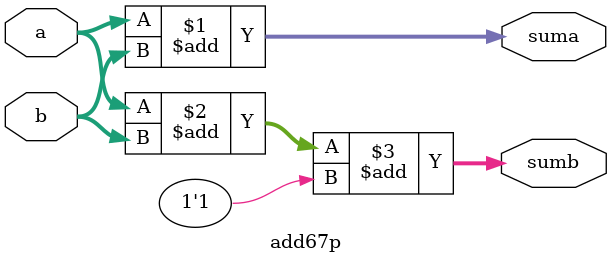
<source format=v>
module mpadder1 (
  input wire clk,
  input wire reset,
  input wire subtract,
  input wire [1026:0] in_a,
  input wire [1026:0] in_b,
  output wire [1027:0] result
);

    wire [1026:0] MuxB = (subtract) ? ~in_b : in_b;
    wire [1027:0] Sum;
    
    
    wire [1027:0] sumA;
    wire [1027:64] sumB;
    
    wire [14:0] carryA;
    wire [14:1] carryB;
    
    wire carry1;
    wire carry2;
    wire carry3;
    wire carry4;
    wire carry5;
    wire carry6;
    wire carry7;
    wire carry8;
    wire carry9;
    wire carry10;
    wire carry11;
    wire carry12;
    wire carry13;
    wire carry14;
    wire carry15;
    
  assign {carryA[0],sumA[63:0]} = in_a[63:0] + MuxB[63:0] + subtract;   
  //assign {carryB[0],sumB[63:0]} = 65'b0;
  add64p A2(in_a[127:64], MuxB[127:64],sumA[127:64], carryA[1], sumB[127:64], carryB[1]);
  add64p A3(in_a[191:128], MuxB[191:128],sumA[191:128], carryA[2], sumB[191:128], carryB[2]);
  add64p A4(in_a[255:192], MuxB[255:192],sumA[255:192], carryA[3], sumB[255:192], carryB[3]);
  add64p A5(in_a[319:256], MuxB[319:256],sumA[319:256], carryA[4], sumB[319:256], carryB[4]);
  add64p A6(in_a[383:320], MuxB[383:320],sumA[383:320], carryA[5], sumB[383:320], carryB[5]);
  add64p A7(in_a[447:384], MuxB[447:384],sumA[447:384], carryA[6], sumB[447:384], carryB[6]);
  add64p A8(in_a[511:448], MuxB[511:448],sumA[511:448], carryA[7], sumB[511:448], carryB[7]);
  add64p A9(in_a[575:512], MuxB[575:512],sumA[575:512], carryA[8], sumB[575:512], carryB[8]);
  add64p A10(in_a[639:576], MuxB[639:576],sumA[639:576], carryA[9], sumB[639:576], carryB[9]);
  add64p A11(in_a[703:640], MuxB[703:640],sumA[703:640], carryA[10], sumB[703:640], carryB[10]);
  add64p A12(in_a[767:704], MuxB[767:704],sumA[767:704], carryA[11], sumB[767:704], carryB[11]);
  add64p A13(in_a[831:768], MuxB[831:768],sumA[831:768], carryA[12], sumB[831:768], carryB[12]);
  add64p A14(in_a[895:832], MuxB[895:832],sumA[895:832], carryA[13], sumB[895:832], carryB[13]);
  add64p A15(in_a[959:896], MuxB[959:896],sumA[959:896], carryA[14], sumB[959:896], carryB[14]);
  add67p A16(in_a[1026:960], MuxB[1026:960],sumA[1027:960], sumB[1027:960]);
  

    


  reg [1027:0] regA;
  reg [1027:64] regB;
  reg [14:0] regcA;
  reg [14:1] regcB;
  reg sub;
  always @(posedge clk) 
  begin
    if (reset) begin
        regA <= 1028'b0;
        regB <= 1028'b0;
        regcA <= 15'b0;
        regcB <= 15'b0;
        sub <= 1'b0;
    end else begin
        regA <= sumA;
        regB <= sumB;
        regcA <= carryA;
        regcB <= carryB;
        sub <= subtract;
    end
  end  
  
    assign carry1 = regcA[0];
    assign carry2 = carry1? regcB[1]: regcA[1];
    assign carry3 = carry2? regcB[2]: regcA[2];
    assign carry4 = carry3? regcB[3]: regcA[3];
    assign carry5 = carry4? regcB[4]: regcA[4];
    assign carry6 = carry5? regcB[5]: regcA[5];
    assign carry7 = carry6? regcB[6]: regcA[6];
    assign carry8 = carry7? regcB[7]: regcA[7];
    assign carry9 = carry8? regcB[8]: regcA[8];
    assign carry10 = carry9? regcB[9]: regcA[9];
    assign carry11 = carry10? regcB[10]: regcA[10];
    assign carry12 = carry11? regcB[11]: regcA[11];
    assign carry13 = carry12? regcB[12]: regcA[12];
    assign carry14 = carry13? regcB[13]: regcA[13];
    assign carry15 = carry14? regcB[14]: regcA[14];
  
    assign Sum[63:0] = regA[63:0];
    assign Sum[127:64] = carry1? regB[127:64]: regA[127:64];
    assign Sum[191:128] = carry2? regB[191:128]: regA[191:128];
    assign Sum[255:192] = carry3? regB[255:192]: regA[255:192];
    assign Sum[319:256] = carry4? regB[319:256]: regA[319:256];
    assign Sum[383:320] = carry5? regB[383:320]: regA[383:320];
    assign Sum[447:384] = carry6? regB[447:384]: regA[447:384];
    assign Sum[511:448] = carry7? regB[511:448]: regA[511:448];
    assign Sum[575:512] = carry8? regB[575:512]: regA[575:512];
    assign Sum[639:576] = carry9? regB[639:576]: regA[639:576];
    assign Sum[703:640] = carry10? regB[703:640]: regA[703:640];
    assign Sum[767:704] = carry11? regB[767:704]: regA[767:704];
    assign Sum[831:768] = carry12? regB[831:768]: regA[831:768];
    assign Sum[895:832] = carry13? regB[895:832]: regA[895:832];
    assign Sum[959:896] = carry14? regB[959:896]: regA[959:896];
    assign Sum[1027:960] = carry15? regB[1027:960]: regA[1027:960];
  

  wire carry_out = sub ^ Sum[1027];
  assign result = {carry_out, Sum[1026:0]};


endmodule

module add64p(
    input wire [63:0] a,
    input wire [63:0] b,
    output wire [63:0] suma,
    output wire carrya,
    output wire [63:0] sumb,
    output wire carryb
    );
    
    assign {carrya, suma} = a+b;
    assign {carryb, sumb} = a+b+1'b1;
    
    
endmodule

module add67p(
    input wire [66:0] a,
    input wire [66:0] b,
    output wire [67:0] suma,
    output wire [67:0] sumb
    );
    
    assign suma= a+b;
    assign sumb = a+b+1'b1;
    
    
endmodule

</source>
